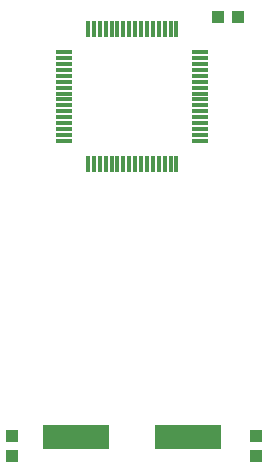
<source format=gbr>
%TF.GenerationSoftware,Altium Limited,Altium Designer,23.4.1 (23)*%
G04 Layer_Color=8421504*
%FSLAX45Y45*%
%MOMM*%
%TF.SameCoordinates,2443AD3D-16DC-45C5-9BCC-0FA72C26467A*%
%TF.FilePolarity,Positive*%
%TF.FileFunction,Paste,Top*%
%TF.Part,Single*%
G01*
G75*
%TA.AperFunction,SMDPad,CuDef*%
%ADD10R,1.10000X1.00000*%
%ADD11R,1.00000X1.10000*%
%ADD12R,1.47500X0.30000*%
%ADD13R,0.30000X1.47500*%
%ADD14R,5.60000X2.10000*%
D10*
X2375625Y5175250D02*
D03*
X2545625D02*
D03*
D11*
X2698750Y1454875D02*
D03*
Y1624875D02*
D03*
X635000Y1454875D02*
D03*
Y1624875D02*
D03*
D12*
X1076200Y4875000D02*
D03*
Y4825000D02*
D03*
Y4775000D02*
D03*
Y4725000D02*
D03*
Y4675000D02*
D03*
Y4625000D02*
D03*
Y4575000D02*
D03*
Y4525000D02*
D03*
Y4475000D02*
D03*
Y4425000D02*
D03*
Y4375000D02*
D03*
Y4325000D02*
D03*
Y4275000D02*
D03*
Y4225000D02*
D03*
Y4175000D02*
D03*
Y4125000D02*
D03*
X2223800D02*
D03*
Y4175000D02*
D03*
Y4225000D02*
D03*
Y4275000D02*
D03*
Y4325000D02*
D03*
Y4375000D02*
D03*
Y4425000D02*
D03*
Y4475000D02*
D03*
Y4525000D02*
D03*
Y4575000D02*
D03*
Y4625000D02*
D03*
Y4675000D02*
D03*
Y4725000D02*
D03*
Y4775000D02*
D03*
Y4825000D02*
D03*
Y4875000D02*
D03*
D13*
X1275000Y3926200D02*
D03*
X1325000D02*
D03*
X1375000D02*
D03*
X1425000D02*
D03*
X1475000D02*
D03*
X1525000D02*
D03*
X1575000D02*
D03*
X1625000D02*
D03*
X1675000D02*
D03*
X1725000D02*
D03*
X1775000D02*
D03*
X1825000D02*
D03*
X1875000D02*
D03*
X1925000D02*
D03*
X1975000D02*
D03*
X2025000D02*
D03*
Y5073800D02*
D03*
X1975000D02*
D03*
X1925000D02*
D03*
X1875000D02*
D03*
X1825000D02*
D03*
X1775000D02*
D03*
X1725000D02*
D03*
X1675000D02*
D03*
X1625000D02*
D03*
X1575000D02*
D03*
X1525000D02*
D03*
X1475000D02*
D03*
X1425000D02*
D03*
X1375000D02*
D03*
X1325000D02*
D03*
X1275000D02*
D03*
D14*
X1175000Y1619250D02*
D03*
X2125000D02*
D03*
%TF.MD5,9423531b1546fffe6bfb8b81f3db4c79*%
M02*

</source>
